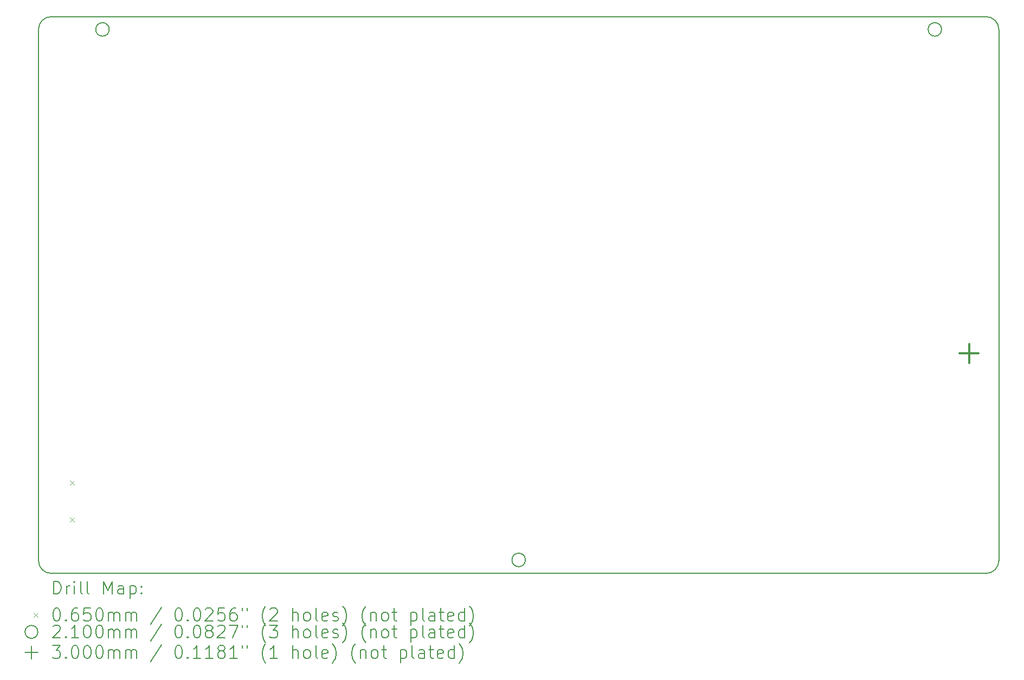
<source format=gbr>
%TF.GenerationSoftware,KiCad,Pcbnew,7.0.1*%
%TF.CreationDate,2024-01-10T19:04:59-08:00*%
%TF.ProjectId,POWERCORE-V2.0_MOTHERBOARD,504f5745-5243-44f5-9245-2d56322e305f,rev?*%
%TF.SameCoordinates,PX791ddbePYb90347e*%
%TF.FileFunction,Drillmap*%
%TF.FilePolarity,Positive*%
%FSLAX45Y45*%
G04 Gerber Fmt 4.5, Leading zero omitted, Abs format (unit mm)*
G04 Created by KiCad (PCBNEW 7.0.1) date 2024-01-10 19:04:59*
%MOMM*%
%LPD*%
G01*
G04 APERTURE LIST*
%ADD10C,0.200000*%
%ADD11C,0.065000*%
%ADD12C,0.210000*%
%ADD13C,0.300000*%
G04 APERTURE END LIST*
D10*
X200000Y8700000D02*
G75*
G03*
X0Y8500000I0J-200000D01*
G01*
X15000000Y200000D02*
X15000000Y8500000D01*
X14800000Y8700000D02*
X200000Y8700000D01*
X14800000Y0D02*
G75*
G03*
X15000000Y200000I0J200000D01*
G01*
X0Y8500000D02*
X0Y200000D01*
X200000Y0D02*
X14800000Y0D01*
X15000000Y8500000D02*
G75*
G03*
X14800000Y8700000I-200000J0D01*
G01*
X0Y200000D02*
G75*
G03*
X200000Y0I200000J0D01*
G01*
D11*
X495500Y1448000D02*
X560500Y1383000D01*
X560500Y1448000D02*
X495500Y1383000D01*
X495500Y870000D02*
X560500Y805000D01*
X560500Y870000D02*
X495500Y805000D01*
D12*
X1105000Y8500000D02*
G75*
G03*
X1105000Y8500000I-105000J0D01*
G01*
X7605000Y210300D02*
G75*
G03*
X7605000Y210300I-105000J0D01*
G01*
X14105000Y8500000D02*
G75*
G03*
X14105000Y8500000I-105000J0D01*
G01*
D13*
X14535525Y3586100D02*
X14535525Y3286100D01*
X14385525Y3436100D02*
X14685525Y3436100D01*
D10*
X237619Y-322524D02*
X237619Y-122524D01*
X237619Y-122524D02*
X285238Y-122524D01*
X285238Y-122524D02*
X313810Y-132048D01*
X313810Y-132048D02*
X332857Y-151095D01*
X332857Y-151095D02*
X342381Y-170143D01*
X342381Y-170143D02*
X351905Y-208238D01*
X351905Y-208238D02*
X351905Y-236809D01*
X351905Y-236809D02*
X342381Y-274905D01*
X342381Y-274905D02*
X332857Y-293952D01*
X332857Y-293952D02*
X313810Y-313000D01*
X313810Y-313000D02*
X285238Y-322524D01*
X285238Y-322524D02*
X237619Y-322524D01*
X437619Y-322524D02*
X437619Y-189190D01*
X437619Y-227286D02*
X447143Y-208238D01*
X447143Y-208238D02*
X456667Y-198714D01*
X456667Y-198714D02*
X475714Y-189190D01*
X475714Y-189190D02*
X494762Y-189190D01*
X561429Y-322524D02*
X561429Y-189190D01*
X561429Y-122524D02*
X551905Y-132048D01*
X551905Y-132048D02*
X561429Y-141571D01*
X561429Y-141571D02*
X570952Y-132048D01*
X570952Y-132048D02*
X561429Y-122524D01*
X561429Y-122524D02*
X561429Y-141571D01*
X685238Y-322524D02*
X666190Y-313000D01*
X666190Y-313000D02*
X656667Y-293952D01*
X656667Y-293952D02*
X656667Y-122524D01*
X790000Y-322524D02*
X770952Y-313000D01*
X770952Y-313000D02*
X761428Y-293952D01*
X761428Y-293952D02*
X761428Y-122524D01*
X1018571Y-322524D02*
X1018571Y-122524D01*
X1018571Y-122524D02*
X1085238Y-265381D01*
X1085238Y-265381D02*
X1151905Y-122524D01*
X1151905Y-122524D02*
X1151905Y-322524D01*
X1332857Y-322524D02*
X1332857Y-217762D01*
X1332857Y-217762D02*
X1323333Y-198714D01*
X1323333Y-198714D02*
X1304286Y-189190D01*
X1304286Y-189190D02*
X1266190Y-189190D01*
X1266190Y-189190D02*
X1247143Y-198714D01*
X1332857Y-313000D02*
X1313810Y-322524D01*
X1313810Y-322524D02*
X1266190Y-322524D01*
X1266190Y-322524D02*
X1247143Y-313000D01*
X1247143Y-313000D02*
X1237619Y-293952D01*
X1237619Y-293952D02*
X1237619Y-274905D01*
X1237619Y-274905D02*
X1247143Y-255857D01*
X1247143Y-255857D02*
X1266190Y-246333D01*
X1266190Y-246333D02*
X1313810Y-246333D01*
X1313810Y-246333D02*
X1332857Y-236809D01*
X1428095Y-189190D02*
X1428095Y-389190D01*
X1428095Y-198714D02*
X1447143Y-189190D01*
X1447143Y-189190D02*
X1485238Y-189190D01*
X1485238Y-189190D02*
X1504286Y-198714D01*
X1504286Y-198714D02*
X1513809Y-208238D01*
X1513809Y-208238D02*
X1523333Y-227286D01*
X1523333Y-227286D02*
X1523333Y-284429D01*
X1523333Y-284429D02*
X1513809Y-303476D01*
X1513809Y-303476D02*
X1504286Y-313000D01*
X1504286Y-313000D02*
X1485238Y-322524D01*
X1485238Y-322524D02*
X1447143Y-322524D01*
X1447143Y-322524D02*
X1428095Y-313000D01*
X1609048Y-303476D02*
X1618571Y-313000D01*
X1618571Y-313000D02*
X1609048Y-322524D01*
X1609048Y-322524D02*
X1599524Y-313000D01*
X1599524Y-313000D02*
X1609048Y-303476D01*
X1609048Y-303476D02*
X1609048Y-322524D01*
X1609048Y-198714D02*
X1618571Y-208238D01*
X1618571Y-208238D02*
X1609048Y-217762D01*
X1609048Y-217762D02*
X1599524Y-208238D01*
X1599524Y-208238D02*
X1609048Y-198714D01*
X1609048Y-198714D02*
X1609048Y-217762D01*
D11*
X-75000Y-617500D02*
X-10000Y-682500D01*
X-10000Y-617500D02*
X-75000Y-682500D01*
D10*
X275714Y-542524D02*
X294762Y-542524D01*
X294762Y-542524D02*
X313810Y-552048D01*
X313810Y-552048D02*
X323333Y-561571D01*
X323333Y-561571D02*
X332857Y-580619D01*
X332857Y-580619D02*
X342381Y-618714D01*
X342381Y-618714D02*
X342381Y-666333D01*
X342381Y-666333D02*
X332857Y-704428D01*
X332857Y-704428D02*
X323333Y-723476D01*
X323333Y-723476D02*
X313810Y-733000D01*
X313810Y-733000D02*
X294762Y-742524D01*
X294762Y-742524D02*
X275714Y-742524D01*
X275714Y-742524D02*
X256667Y-733000D01*
X256667Y-733000D02*
X247143Y-723476D01*
X247143Y-723476D02*
X237619Y-704428D01*
X237619Y-704428D02*
X228095Y-666333D01*
X228095Y-666333D02*
X228095Y-618714D01*
X228095Y-618714D02*
X237619Y-580619D01*
X237619Y-580619D02*
X247143Y-561571D01*
X247143Y-561571D02*
X256667Y-552048D01*
X256667Y-552048D02*
X275714Y-542524D01*
X428095Y-723476D02*
X437619Y-733000D01*
X437619Y-733000D02*
X428095Y-742524D01*
X428095Y-742524D02*
X418571Y-733000D01*
X418571Y-733000D02*
X428095Y-723476D01*
X428095Y-723476D02*
X428095Y-742524D01*
X609048Y-542524D02*
X570952Y-542524D01*
X570952Y-542524D02*
X551905Y-552048D01*
X551905Y-552048D02*
X542381Y-561571D01*
X542381Y-561571D02*
X523333Y-590143D01*
X523333Y-590143D02*
X513809Y-628238D01*
X513809Y-628238D02*
X513809Y-704428D01*
X513809Y-704428D02*
X523333Y-723476D01*
X523333Y-723476D02*
X532857Y-733000D01*
X532857Y-733000D02*
X551905Y-742524D01*
X551905Y-742524D02*
X590000Y-742524D01*
X590000Y-742524D02*
X609048Y-733000D01*
X609048Y-733000D02*
X618571Y-723476D01*
X618571Y-723476D02*
X628095Y-704428D01*
X628095Y-704428D02*
X628095Y-656810D01*
X628095Y-656810D02*
X618571Y-637762D01*
X618571Y-637762D02*
X609048Y-628238D01*
X609048Y-628238D02*
X590000Y-618714D01*
X590000Y-618714D02*
X551905Y-618714D01*
X551905Y-618714D02*
X532857Y-628238D01*
X532857Y-628238D02*
X523333Y-637762D01*
X523333Y-637762D02*
X513809Y-656810D01*
X809048Y-542524D02*
X713809Y-542524D01*
X713809Y-542524D02*
X704286Y-637762D01*
X704286Y-637762D02*
X713809Y-628238D01*
X713809Y-628238D02*
X732857Y-618714D01*
X732857Y-618714D02*
X780476Y-618714D01*
X780476Y-618714D02*
X799524Y-628238D01*
X799524Y-628238D02*
X809048Y-637762D01*
X809048Y-637762D02*
X818571Y-656810D01*
X818571Y-656810D02*
X818571Y-704428D01*
X818571Y-704428D02*
X809048Y-723476D01*
X809048Y-723476D02*
X799524Y-733000D01*
X799524Y-733000D02*
X780476Y-742524D01*
X780476Y-742524D02*
X732857Y-742524D01*
X732857Y-742524D02*
X713809Y-733000D01*
X713809Y-733000D02*
X704286Y-723476D01*
X942381Y-542524D02*
X961429Y-542524D01*
X961429Y-542524D02*
X980476Y-552048D01*
X980476Y-552048D02*
X990000Y-561571D01*
X990000Y-561571D02*
X999524Y-580619D01*
X999524Y-580619D02*
X1009048Y-618714D01*
X1009048Y-618714D02*
X1009048Y-666333D01*
X1009048Y-666333D02*
X999524Y-704428D01*
X999524Y-704428D02*
X990000Y-723476D01*
X990000Y-723476D02*
X980476Y-733000D01*
X980476Y-733000D02*
X961429Y-742524D01*
X961429Y-742524D02*
X942381Y-742524D01*
X942381Y-742524D02*
X923333Y-733000D01*
X923333Y-733000D02*
X913809Y-723476D01*
X913809Y-723476D02*
X904286Y-704428D01*
X904286Y-704428D02*
X894762Y-666333D01*
X894762Y-666333D02*
X894762Y-618714D01*
X894762Y-618714D02*
X904286Y-580619D01*
X904286Y-580619D02*
X913809Y-561571D01*
X913809Y-561571D02*
X923333Y-552048D01*
X923333Y-552048D02*
X942381Y-542524D01*
X1094762Y-742524D02*
X1094762Y-609190D01*
X1094762Y-628238D02*
X1104286Y-618714D01*
X1104286Y-618714D02*
X1123333Y-609190D01*
X1123333Y-609190D02*
X1151905Y-609190D01*
X1151905Y-609190D02*
X1170952Y-618714D01*
X1170952Y-618714D02*
X1180476Y-637762D01*
X1180476Y-637762D02*
X1180476Y-742524D01*
X1180476Y-637762D02*
X1190000Y-618714D01*
X1190000Y-618714D02*
X1209048Y-609190D01*
X1209048Y-609190D02*
X1237619Y-609190D01*
X1237619Y-609190D02*
X1256667Y-618714D01*
X1256667Y-618714D02*
X1266191Y-637762D01*
X1266191Y-637762D02*
X1266191Y-742524D01*
X1361429Y-742524D02*
X1361429Y-609190D01*
X1361429Y-628238D02*
X1370952Y-618714D01*
X1370952Y-618714D02*
X1390000Y-609190D01*
X1390000Y-609190D02*
X1418571Y-609190D01*
X1418571Y-609190D02*
X1437619Y-618714D01*
X1437619Y-618714D02*
X1447143Y-637762D01*
X1447143Y-637762D02*
X1447143Y-742524D01*
X1447143Y-637762D02*
X1456667Y-618714D01*
X1456667Y-618714D02*
X1475714Y-609190D01*
X1475714Y-609190D02*
X1504286Y-609190D01*
X1504286Y-609190D02*
X1523333Y-618714D01*
X1523333Y-618714D02*
X1532857Y-637762D01*
X1532857Y-637762D02*
X1532857Y-742524D01*
X1923333Y-533000D02*
X1751905Y-790143D01*
X2180476Y-542524D02*
X2199524Y-542524D01*
X2199524Y-542524D02*
X2218572Y-552048D01*
X2218572Y-552048D02*
X2228095Y-561571D01*
X2228095Y-561571D02*
X2237619Y-580619D01*
X2237619Y-580619D02*
X2247143Y-618714D01*
X2247143Y-618714D02*
X2247143Y-666333D01*
X2247143Y-666333D02*
X2237619Y-704428D01*
X2237619Y-704428D02*
X2228095Y-723476D01*
X2228095Y-723476D02*
X2218572Y-733000D01*
X2218572Y-733000D02*
X2199524Y-742524D01*
X2199524Y-742524D02*
X2180476Y-742524D01*
X2180476Y-742524D02*
X2161429Y-733000D01*
X2161429Y-733000D02*
X2151905Y-723476D01*
X2151905Y-723476D02*
X2142381Y-704428D01*
X2142381Y-704428D02*
X2132857Y-666333D01*
X2132857Y-666333D02*
X2132857Y-618714D01*
X2132857Y-618714D02*
X2142381Y-580619D01*
X2142381Y-580619D02*
X2151905Y-561571D01*
X2151905Y-561571D02*
X2161429Y-552048D01*
X2161429Y-552048D02*
X2180476Y-542524D01*
X2332857Y-723476D02*
X2342381Y-733000D01*
X2342381Y-733000D02*
X2332857Y-742524D01*
X2332857Y-742524D02*
X2323334Y-733000D01*
X2323334Y-733000D02*
X2332857Y-723476D01*
X2332857Y-723476D02*
X2332857Y-742524D01*
X2466191Y-542524D02*
X2485238Y-542524D01*
X2485238Y-542524D02*
X2504286Y-552048D01*
X2504286Y-552048D02*
X2513810Y-561571D01*
X2513810Y-561571D02*
X2523334Y-580619D01*
X2523334Y-580619D02*
X2532857Y-618714D01*
X2532857Y-618714D02*
X2532857Y-666333D01*
X2532857Y-666333D02*
X2523334Y-704428D01*
X2523334Y-704428D02*
X2513810Y-723476D01*
X2513810Y-723476D02*
X2504286Y-733000D01*
X2504286Y-733000D02*
X2485238Y-742524D01*
X2485238Y-742524D02*
X2466191Y-742524D01*
X2466191Y-742524D02*
X2447143Y-733000D01*
X2447143Y-733000D02*
X2437619Y-723476D01*
X2437619Y-723476D02*
X2428095Y-704428D01*
X2428095Y-704428D02*
X2418572Y-666333D01*
X2418572Y-666333D02*
X2418572Y-618714D01*
X2418572Y-618714D02*
X2428095Y-580619D01*
X2428095Y-580619D02*
X2437619Y-561571D01*
X2437619Y-561571D02*
X2447143Y-552048D01*
X2447143Y-552048D02*
X2466191Y-542524D01*
X2609048Y-561571D02*
X2618572Y-552048D01*
X2618572Y-552048D02*
X2637619Y-542524D01*
X2637619Y-542524D02*
X2685238Y-542524D01*
X2685238Y-542524D02*
X2704286Y-552048D01*
X2704286Y-552048D02*
X2713810Y-561571D01*
X2713810Y-561571D02*
X2723334Y-580619D01*
X2723334Y-580619D02*
X2723334Y-599667D01*
X2723334Y-599667D02*
X2713810Y-628238D01*
X2713810Y-628238D02*
X2599524Y-742524D01*
X2599524Y-742524D02*
X2723334Y-742524D01*
X2904286Y-542524D02*
X2809048Y-542524D01*
X2809048Y-542524D02*
X2799524Y-637762D01*
X2799524Y-637762D02*
X2809048Y-628238D01*
X2809048Y-628238D02*
X2828095Y-618714D01*
X2828095Y-618714D02*
X2875714Y-618714D01*
X2875714Y-618714D02*
X2894762Y-628238D01*
X2894762Y-628238D02*
X2904286Y-637762D01*
X2904286Y-637762D02*
X2913810Y-656810D01*
X2913810Y-656810D02*
X2913810Y-704428D01*
X2913810Y-704428D02*
X2904286Y-723476D01*
X2904286Y-723476D02*
X2894762Y-733000D01*
X2894762Y-733000D02*
X2875714Y-742524D01*
X2875714Y-742524D02*
X2828095Y-742524D01*
X2828095Y-742524D02*
X2809048Y-733000D01*
X2809048Y-733000D02*
X2799524Y-723476D01*
X3085238Y-542524D02*
X3047143Y-542524D01*
X3047143Y-542524D02*
X3028095Y-552048D01*
X3028095Y-552048D02*
X3018572Y-561571D01*
X3018572Y-561571D02*
X2999524Y-590143D01*
X2999524Y-590143D02*
X2990000Y-628238D01*
X2990000Y-628238D02*
X2990000Y-704428D01*
X2990000Y-704428D02*
X2999524Y-723476D01*
X2999524Y-723476D02*
X3009048Y-733000D01*
X3009048Y-733000D02*
X3028095Y-742524D01*
X3028095Y-742524D02*
X3066191Y-742524D01*
X3066191Y-742524D02*
X3085238Y-733000D01*
X3085238Y-733000D02*
X3094762Y-723476D01*
X3094762Y-723476D02*
X3104286Y-704428D01*
X3104286Y-704428D02*
X3104286Y-656810D01*
X3104286Y-656810D02*
X3094762Y-637762D01*
X3094762Y-637762D02*
X3085238Y-628238D01*
X3085238Y-628238D02*
X3066191Y-618714D01*
X3066191Y-618714D02*
X3028095Y-618714D01*
X3028095Y-618714D02*
X3009048Y-628238D01*
X3009048Y-628238D02*
X2999524Y-637762D01*
X2999524Y-637762D02*
X2990000Y-656810D01*
X3180476Y-542524D02*
X3180476Y-580619D01*
X3256667Y-542524D02*
X3256667Y-580619D01*
X3551905Y-818714D02*
X3542381Y-809190D01*
X3542381Y-809190D02*
X3523334Y-780619D01*
X3523334Y-780619D02*
X3513810Y-761571D01*
X3513810Y-761571D02*
X3504286Y-733000D01*
X3504286Y-733000D02*
X3494762Y-685381D01*
X3494762Y-685381D02*
X3494762Y-647286D01*
X3494762Y-647286D02*
X3504286Y-599667D01*
X3504286Y-599667D02*
X3513810Y-571095D01*
X3513810Y-571095D02*
X3523334Y-552048D01*
X3523334Y-552048D02*
X3542381Y-523476D01*
X3542381Y-523476D02*
X3551905Y-513952D01*
X3618572Y-561571D02*
X3628095Y-552048D01*
X3628095Y-552048D02*
X3647143Y-542524D01*
X3647143Y-542524D02*
X3694762Y-542524D01*
X3694762Y-542524D02*
X3713810Y-552048D01*
X3713810Y-552048D02*
X3723334Y-561571D01*
X3723334Y-561571D02*
X3732857Y-580619D01*
X3732857Y-580619D02*
X3732857Y-599667D01*
X3732857Y-599667D02*
X3723334Y-628238D01*
X3723334Y-628238D02*
X3609048Y-742524D01*
X3609048Y-742524D02*
X3732857Y-742524D01*
X3970953Y-742524D02*
X3970953Y-542524D01*
X4056667Y-742524D02*
X4056667Y-637762D01*
X4056667Y-637762D02*
X4047143Y-618714D01*
X4047143Y-618714D02*
X4028096Y-609190D01*
X4028096Y-609190D02*
X3999524Y-609190D01*
X3999524Y-609190D02*
X3980476Y-618714D01*
X3980476Y-618714D02*
X3970953Y-628238D01*
X4180476Y-742524D02*
X4161429Y-733000D01*
X4161429Y-733000D02*
X4151905Y-723476D01*
X4151905Y-723476D02*
X4142381Y-704428D01*
X4142381Y-704428D02*
X4142381Y-647286D01*
X4142381Y-647286D02*
X4151905Y-628238D01*
X4151905Y-628238D02*
X4161429Y-618714D01*
X4161429Y-618714D02*
X4180476Y-609190D01*
X4180476Y-609190D02*
X4209048Y-609190D01*
X4209048Y-609190D02*
X4228096Y-618714D01*
X4228096Y-618714D02*
X4237619Y-628238D01*
X4237619Y-628238D02*
X4247143Y-647286D01*
X4247143Y-647286D02*
X4247143Y-704428D01*
X4247143Y-704428D02*
X4237619Y-723476D01*
X4237619Y-723476D02*
X4228096Y-733000D01*
X4228096Y-733000D02*
X4209048Y-742524D01*
X4209048Y-742524D02*
X4180476Y-742524D01*
X4361429Y-742524D02*
X4342381Y-733000D01*
X4342381Y-733000D02*
X4332858Y-713952D01*
X4332858Y-713952D02*
X4332858Y-542524D01*
X4513810Y-733000D02*
X4494762Y-742524D01*
X4494762Y-742524D02*
X4456667Y-742524D01*
X4456667Y-742524D02*
X4437619Y-733000D01*
X4437619Y-733000D02*
X4428096Y-713952D01*
X4428096Y-713952D02*
X4428096Y-637762D01*
X4428096Y-637762D02*
X4437619Y-618714D01*
X4437619Y-618714D02*
X4456667Y-609190D01*
X4456667Y-609190D02*
X4494762Y-609190D01*
X4494762Y-609190D02*
X4513810Y-618714D01*
X4513810Y-618714D02*
X4523334Y-637762D01*
X4523334Y-637762D02*
X4523334Y-656810D01*
X4523334Y-656810D02*
X4428096Y-675857D01*
X4599524Y-733000D02*
X4618572Y-742524D01*
X4618572Y-742524D02*
X4656667Y-742524D01*
X4656667Y-742524D02*
X4675715Y-733000D01*
X4675715Y-733000D02*
X4685239Y-713952D01*
X4685239Y-713952D02*
X4685239Y-704428D01*
X4685239Y-704428D02*
X4675715Y-685381D01*
X4675715Y-685381D02*
X4656667Y-675857D01*
X4656667Y-675857D02*
X4628096Y-675857D01*
X4628096Y-675857D02*
X4609048Y-666333D01*
X4609048Y-666333D02*
X4599524Y-647286D01*
X4599524Y-647286D02*
X4599524Y-637762D01*
X4599524Y-637762D02*
X4609048Y-618714D01*
X4609048Y-618714D02*
X4628096Y-609190D01*
X4628096Y-609190D02*
X4656667Y-609190D01*
X4656667Y-609190D02*
X4675715Y-618714D01*
X4751905Y-818714D02*
X4761429Y-809190D01*
X4761429Y-809190D02*
X4780477Y-780619D01*
X4780477Y-780619D02*
X4790000Y-761571D01*
X4790000Y-761571D02*
X4799524Y-733000D01*
X4799524Y-733000D02*
X4809048Y-685381D01*
X4809048Y-685381D02*
X4809048Y-647286D01*
X4809048Y-647286D02*
X4799524Y-599667D01*
X4799524Y-599667D02*
X4790000Y-571095D01*
X4790000Y-571095D02*
X4780477Y-552048D01*
X4780477Y-552048D02*
X4761429Y-523476D01*
X4761429Y-523476D02*
X4751905Y-513952D01*
X5113810Y-818714D02*
X5104286Y-809190D01*
X5104286Y-809190D02*
X5085239Y-780619D01*
X5085239Y-780619D02*
X5075715Y-761571D01*
X5075715Y-761571D02*
X5066191Y-733000D01*
X5066191Y-733000D02*
X5056667Y-685381D01*
X5056667Y-685381D02*
X5056667Y-647286D01*
X5056667Y-647286D02*
X5066191Y-599667D01*
X5066191Y-599667D02*
X5075715Y-571095D01*
X5075715Y-571095D02*
X5085239Y-552048D01*
X5085239Y-552048D02*
X5104286Y-523476D01*
X5104286Y-523476D02*
X5113810Y-513952D01*
X5190000Y-609190D02*
X5190000Y-742524D01*
X5190000Y-628238D02*
X5199524Y-618714D01*
X5199524Y-618714D02*
X5218572Y-609190D01*
X5218572Y-609190D02*
X5247143Y-609190D01*
X5247143Y-609190D02*
X5266191Y-618714D01*
X5266191Y-618714D02*
X5275715Y-637762D01*
X5275715Y-637762D02*
X5275715Y-742524D01*
X5399524Y-742524D02*
X5380477Y-733000D01*
X5380477Y-733000D02*
X5370953Y-723476D01*
X5370953Y-723476D02*
X5361429Y-704428D01*
X5361429Y-704428D02*
X5361429Y-647286D01*
X5361429Y-647286D02*
X5370953Y-628238D01*
X5370953Y-628238D02*
X5380477Y-618714D01*
X5380477Y-618714D02*
X5399524Y-609190D01*
X5399524Y-609190D02*
X5428096Y-609190D01*
X5428096Y-609190D02*
X5447143Y-618714D01*
X5447143Y-618714D02*
X5456667Y-628238D01*
X5456667Y-628238D02*
X5466191Y-647286D01*
X5466191Y-647286D02*
X5466191Y-704428D01*
X5466191Y-704428D02*
X5456667Y-723476D01*
X5456667Y-723476D02*
X5447143Y-733000D01*
X5447143Y-733000D02*
X5428096Y-742524D01*
X5428096Y-742524D02*
X5399524Y-742524D01*
X5523334Y-609190D02*
X5599524Y-609190D01*
X5551905Y-542524D02*
X5551905Y-713952D01*
X5551905Y-713952D02*
X5561429Y-733000D01*
X5561429Y-733000D02*
X5580477Y-742524D01*
X5580477Y-742524D02*
X5599524Y-742524D01*
X5818572Y-609190D02*
X5818572Y-809190D01*
X5818572Y-618714D02*
X5837619Y-609190D01*
X5837619Y-609190D02*
X5875715Y-609190D01*
X5875715Y-609190D02*
X5894762Y-618714D01*
X5894762Y-618714D02*
X5904286Y-628238D01*
X5904286Y-628238D02*
X5913810Y-647286D01*
X5913810Y-647286D02*
X5913810Y-704428D01*
X5913810Y-704428D02*
X5904286Y-723476D01*
X5904286Y-723476D02*
X5894762Y-733000D01*
X5894762Y-733000D02*
X5875715Y-742524D01*
X5875715Y-742524D02*
X5837619Y-742524D01*
X5837619Y-742524D02*
X5818572Y-733000D01*
X6028096Y-742524D02*
X6009048Y-733000D01*
X6009048Y-733000D02*
X5999524Y-713952D01*
X5999524Y-713952D02*
X5999524Y-542524D01*
X6190000Y-742524D02*
X6190000Y-637762D01*
X6190000Y-637762D02*
X6180477Y-618714D01*
X6180477Y-618714D02*
X6161429Y-609190D01*
X6161429Y-609190D02*
X6123334Y-609190D01*
X6123334Y-609190D02*
X6104286Y-618714D01*
X6190000Y-733000D02*
X6170953Y-742524D01*
X6170953Y-742524D02*
X6123334Y-742524D01*
X6123334Y-742524D02*
X6104286Y-733000D01*
X6104286Y-733000D02*
X6094762Y-713952D01*
X6094762Y-713952D02*
X6094762Y-694905D01*
X6094762Y-694905D02*
X6104286Y-675857D01*
X6104286Y-675857D02*
X6123334Y-666333D01*
X6123334Y-666333D02*
X6170953Y-666333D01*
X6170953Y-666333D02*
X6190000Y-656810D01*
X6256667Y-609190D02*
X6332858Y-609190D01*
X6285239Y-542524D02*
X6285239Y-713952D01*
X6285239Y-713952D02*
X6294762Y-733000D01*
X6294762Y-733000D02*
X6313810Y-742524D01*
X6313810Y-742524D02*
X6332858Y-742524D01*
X6475715Y-733000D02*
X6456667Y-742524D01*
X6456667Y-742524D02*
X6418572Y-742524D01*
X6418572Y-742524D02*
X6399524Y-733000D01*
X6399524Y-733000D02*
X6390000Y-713952D01*
X6390000Y-713952D02*
X6390000Y-637762D01*
X6390000Y-637762D02*
X6399524Y-618714D01*
X6399524Y-618714D02*
X6418572Y-609190D01*
X6418572Y-609190D02*
X6456667Y-609190D01*
X6456667Y-609190D02*
X6475715Y-618714D01*
X6475715Y-618714D02*
X6485239Y-637762D01*
X6485239Y-637762D02*
X6485239Y-656810D01*
X6485239Y-656810D02*
X6390000Y-675857D01*
X6656667Y-742524D02*
X6656667Y-542524D01*
X6656667Y-733000D02*
X6637620Y-742524D01*
X6637620Y-742524D02*
X6599524Y-742524D01*
X6599524Y-742524D02*
X6580477Y-733000D01*
X6580477Y-733000D02*
X6570953Y-723476D01*
X6570953Y-723476D02*
X6561429Y-704428D01*
X6561429Y-704428D02*
X6561429Y-647286D01*
X6561429Y-647286D02*
X6570953Y-628238D01*
X6570953Y-628238D02*
X6580477Y-618714D01*
X6580477Y-618714D02*
X6599524Y-609190D01*
X6599524Y-609190D02*
X6637620Y-609190D01*
X6637620Y-609190D02*
X6656667Y-618714D01*
X6732858Y-818714D02*
X6742381Y-809190D01*
X6742381Y-809190D02*
X6761429Y-780619D01*
X6761429Y-780619D02*
X6770953Y-761571D01*
X6770953Y-761571D02*
X6780477Y-733000D01*
X6780477Y-733000D02*
X6790000Y-685381D01*
X6790000Y-685381D02*
X6790000Y-647286D01*
X6790000Y-647286D02*
X6780477Y-599667D01*
X6780477Y-599667D02*
X6770953Y-571095D01*
X6770953Y-571095D02*
X6761429Y-552048D01*
X6761429Y-552048D02*
X6742381Y-523476D01*
X6742381Y-523476D02*
X6732858Y-513952D01*
X-10000Y-914000D02*
G75*
G03*
X-10000Y-914000I-100000J0D01*
G01*
X228095Y-825571D02*
X237619Y-816048D01*
X237619Y-816048D02*
X256667Y-806524D01*
X256667Y-806524D02*
X304286Y-806524D01*
X304286Y-806524D02*
X323333Y-816048D01*
X323333Y-816048D02*
X332857Y-825571D01*
X332857Y-825571D02*
X342381Y-844619D01*
X342381Y-844619D02*
X342381Y-863667D01*
X342381Y-863667D02*
X332857Y-892238D01*
X332857Y-892238D02*
X218571Y-1006524D01*
X218571Y-1006524D02*
X342381Y-1006524D01*
X428095Y-987476D02*
X437619Y-997000D01*
X437619Y-997000D02*
X428095Y-1006524D01*
X428095Y-1006524D02*
X418571Y-997000D01*
X418571Y-997000D02*
X428095Y-987476D01*
X428095Y-987476D02*
X428095Y-1006524D01*
X628095Y-1006524D02*
X513809Y-1006524D01*
X570952Y-1006524D02*
X570952Y-806524D01*
X570952Y-806524D02*
X551905Y-835095D01*
X551905Y-835095D02*
X532857Y-854143D01*
X532857Y-854143D02*
X513809Y-863667D01*
X751905Y-806524D02*
X770952Y-806524D01*
X770952Y-806524D02*
X790000Y-816048D01*
X790000Y-816048D02*
X799524Y-825571D01*
X799524Y-825571D02*
X809048Y-844619D01*
X809048Y-844619D02*
X818571Y-882714D01*
X818571Y-882714D02*
X818571Y-930333D01*
X818571Y-930333D02*
X809048Y-968428D01*
X809048Y-968428D02*
X799524Y-987476D01*
X799524Y-987476D02*
X790000Y-997000D01*
X790000Y-997000D02*
X770952Y-1006524D01*
X770952Y-1006524D02*
X751905Y-1006524D01*
X751905Y-1006524D02*
X732857Y-997000D01*
X732857Y-997000D02*
X723333Y-987476D01*
X723333Y-987476D02*
X713809Y-968428D01*
X713809Y-968428D02*
X704286Y-930333D01*
X704286Y-930333D02*
X704286Y-882714D01*
X704286Y-882714D02*
X713809Y-844619D01*
X713809Y-844619D02*
X723333Y-825571D01*
X723333Y-825571D02*
X732857Y-816048D01*
X732857Y-816048D02*
X751905Y-806524D01*
X942381Y-806524D02*
X961429Y-806524D01*
X961429Y-806524D02*
X980476Y-816048D01*
X980476Y-816048D02*
X990000Y-825571D01*
X990000Y-825571D02*
X999524Y-844619D01*
X999524Y-844619D02*
X1009048Y-882714D01*
X1009048Y-882714D02*
X1009048Y-930333D01*
X1009048Y-930333D02*
X999524Y-968428D01*
X999524Y-968428D02*
X990000Y-987476D01*
X990000Y-987476D02*
X980476Y-997000D01*
X980476Y-997000D02*
X961429Y-1006524D01*
X961429Y-1006524D02*
X942381Y-1006524D01*
X942381Y-1006524D02*
X923333Y-997000D01*
X923333Y-997000D02*
X913809Y-987476D01*
X913809Y-987476D02*
X904286Y-968428D01*
X904286Y-968428D02*
X894762Y-930333D01*
X894762Y-930333D02*
X894762Y-882714D01*
X894762Y-882714D02*
X904286Y-844619D01*
X904286Y-844619D02*
X913809Y-825571D01*
X913809Y-825571D02*
X923333Y-816048D01*
X923333Y-816048D02*
X942381Y-806524D01*
X1094762Y-1006524D02*
X1094762Y-873190D01*
X1094762Y-892238D02*
X1104286Y-882714D01*
X1104286Y-882714D02*
X1123333Y-873190D01*
X1123333Y-873190D02*
X1151905Y-873190D01*
X1151905Y-873190D02*
X1170952Y-882714D01*
X1170952Y-882714D02*
X1180476Y-901762D01*
X1180476Y-901762D02*
X1180476Y-1006524D01*
X1180476Y-901762D02*
X1190000Y-882714D01*
X1190000Y-882714D02*
X1209048Y-873190D01*
X1209048Y-873190D02*
X1237619Y-873190D01*
X1237619Y-873190D02*
X1256667Y-882714D01*
X1256667Y-882714D02*
X1266191Y-901762D01*
X1266191Y-901762D02*
X1266191Y-1006524D01*
X1361429Y-1006524D02*
X1361429Y-873190D01*
X1361429Y-892238D02*
X1370952Y-882714D01*
X1370952Y-882714D02*
X1390000Y-873190D01*
X1390000Y-873190D02*
X1418571Y-873190D01*
X1418571Y-873190D02*
X1437619Y-882714D01*
X1437619Y-882714D02*
X1447143Y-901762D01*
X1447143Y-901762D02*
X1447143Y-1006524D01*
X1447143Y-901762D02*
X1456667Y-882714D01*
X1456667Y-882714D02*
X1475714Y-873190D01*
X1475714Y-873190D02*
X1504286Y-873190D01*
X1504286Y-873190D02*
X1523333Y-882714D01*
X1523333Y-882714D02*
X1532857Y-901762D01*
X1532857Y-901762D02*
X1532857Y-1006524D01*
X1923333Y-797000D02*
X1751905Y-1054143D01*
X2180476Y-806524D02*
X2199524Y-806524D01*
X2199524Y-806524D02*
X2218572Y-816048D01*
X2218572Y-816048D02*
X2228095Y-825571D01*
X2228095Y-825571D02*
X2237619Y-844619D01*
X2237619Y-844619D02*
X2247143Y-882714D01*
X2247143Y-882714D02*
X2247143Y-930333D01*
X2247143Y-930333D02*
X2237619Y-968428D01*
X2237619Y-968428D02*
X2228095Y-987476D01*
X2228095Y-987476D02*
X2218572Y-997000D01*
X2218572Y-997000D02*
X2199524Y-1006524D01*
X2199524Y-1006524D02*
X2180476Y-1006524D01*
X2180476Y-1006524D02*
X2161429Y-997000D01*
X2161429Y-997000D02*
X2151905Y-987476D01*
X2151905Y-987476D02*
X2142381Y-968428D01*
X2142381Y-968428D02*
X2132857Y-930333D01*
X2132857Y-930333D02*
X2132857Y-882714D01*
X2132857Y-882714D02*
X2142381Y-844619D01*
X2142381Y-844619D02*
X2151905Y-825571D01*
X2151905Y-825571D02*
X2161429Y-816048D01*
X2161429Y-816048D02*
X2180476Y-806524D01*
X2332857Y-987476D02*
X2342381Y-997000D01*
X2342381Y-997000D02*
X2332857Y-1006524D01*
X2332857Y-1006524D02*
X2323334Y-997000D01*
X2323334Y-997000D02*
X2332857Y-987476D01*
X2332857Y-987476D02*
X2332857Y-1006524D01*
X2466191Y-806524D02*
X2485238Y-806524D01*
X2485238Y-806524D02*
X2504286Y-816048D01*
X2504286Y-816048D02*
X2513810Y-825571D01*
X2513810Y-825571D02*
X2523334Y-844619D01*
X2523334Y-844619D02*
X2532857Y-882714D01*
X2532857Y-882714D02*
X2532857Y-930333D01*
X2532857Y-930333D02*
X2523334Y-968428D01*
X2523334Y-968428D02*
X2513810Y-987476D01*
X2513810Y-987476D02*
X2504286Y-997000D01*
X2504286Y-997000D02*
X2485238Y-1006524D01*
X2485238Y-1006524D02*
X2466191Y-1006524D01*
X2466191Y-1006524D02*
X2447143Y-997000D01*
X2447143Y-997000D02*
X2437619Y-987476D01*
X2437619Y-987476D02*
X2428095Y-968428D01*
X2428095Y-968428D02*
X2418572Y-930333D01*
X2418572Y-930333D02*
X2418572Y-882714D01*
X2418572Y-882714D02*
X2428095Y-844619D01*
X2428095Y-844619D02*
X2437619Y-825571D01*
X2437619Y-825571D02*
X2447143Y-816048D01*
X2447143Y-816048D02*
X2466191Y-806524D01*
X2647143Y-892238D02*
X2628095Y-882714D01*
X2628095Y-882714D02*
X2618572Y-873190D01*
X2618572Y-873190D02*
X2609048Y-854143D01*
X2609048Y-854143D02*
X2609048Y-844619D01*
X2609048Y-844619D02*
X2618572Y-825571D01*
X2618572Y-825571D02*
X2628095Y-816048D01*
X2628095Y-816048D02*
X2647143Y-806524D01*
X2647143Y-806524D02*
X2685238Y-806524D01*
X2685238Y-806524D02*
X2704286Y-816048D01*
X2704286Y-816048D02*
X2713810Y-825571D01*
X2713810Y-825571D02*
X2723334Y-844619D01*
X2723334Y-844619D02*
X2723334Y-854143D01*
X2723334Y-854143D02*
X2713810Y-873190D01*
X2713810Y-873190D02*
X2704286Y-882714D01*
X2704286Y-882714D02*
X2685238Y-892238D01*
X2685238Y-892238D02*
X2647143Y-892238D01*
X2647143Y-892238D02*
X2628095Y-901762D01*
X2628095Y-901762D02*
X2618572Y-911286D01*
X2618572Y-911286D02*
X2609048Y-930333D01*
X2609048Y-930333D02*
X2609048Y-968428D01*
X2609048Y-968428D02*
X2618572Y-987476D01*
X2618572Y-987476D02*
X2628095Y-997000D01*
X2628095Y-997000D02*
X2647143Y-1006524D01*
X2647143Y-1006524D02*
X2685238Y-1006524D01*
X2685238Y-1006524D02*
X2704286Y-997000D01*
X2704286Y-997000D02*
X2713810Y-987476D01*
X2713810Y-987476D02*
X2723334Y-968428D01*
X2723334Y-968428D02*
X2723334Y-930333D01*
X2723334Y-930333D02*
X2713810Y-911286D01*
X2713810Y-911286D02*
X2704286Y-901762D01*
X2704286Y-901762D02*
X2685238Y-892238D01*
X2799524Y-825571D02*
X2809048Y-816048D01*
X2809048Y-816048D02*
X2828095Y-806524D01*
X2828095Y-806524D02*
X2875714Y-806524D01*
X2875714Y-806524D02*
X2894762Y-816048D01*
X2894762Y-816048D02*
X2904286Y-825571D01*
X2904286Y-825571D02*
X2913810Y-844619D01*
X2913810Y-844619D02*
X2913810Y-863667D01*
X2913810Y-863667D02*
X2904286Y-892238D01*
X2904286Y-892238D02*
X2790000Y-1006524D01*
X2790000Y-1006524D02*
X2913810Y-1006524D01*
X2980476Y-806524D02*
X3113810Y-806524D01*
X3113810Y-806524D02*
X3028095Y-1006524D01*
X3180476Y-806524D02*
X3180476Y-844619D01*
X3256667Y-806524D02*
X3256667Y-844619D01*
X3551905Y-1082714D02*
X3542381Y-1073190D01*
X3542381Y-1073190D02*
X3523334Y-1044619D01*
X3523334Y-1044619D02*
X3513810Y-1025571D01*
X3513810Y-1025571D02*
X3504286Y-997000D01*
X3504286Y-997000D02*
X3494762Y-949381D01*
X3494762Y-949381D02*
X3494762Y-911286D01*
X3494762Y-911286D02*
X3504286Y-863667D01*
X3504286Y-863667D02*
X3513810Y-835095D01*
X3513810Y-835095D02*
X3523334Y-816048D01*
X3523334Y-816048D02*
X3542381Y-787476D01*
X3542381Y-787476D02*
X3551905Y-777952D01*
X3609048Y-806524D02*
X3732857Y-806524D01*
X3732857Y-806524D02*
X3666191Y-882714D01*
X3666191Y-882714D02*
X3694762Y-882714D01*
X3694762Y-882714D02*
X3713810Y-892238D01*
X3713810Y-892238D02*
X3723334Y-901762D01*
X3723334Y-901762D02*
X3732857Y-920809D01*
X3732857Y-920809D02*
X3732857Y-968428D01*
X3732857Y-968428D02*
X3723334Y-987476D01*
X3723334Y-987476D02*
X3713810Y-997000D01*
X3713810Y-997000D02*
X3694762Y-1006524D01*
X3694762Y-1006524D02*
X3637619Y-1006524D01*
X3637619Y-1006524D02*
X3618572Y-997000D01*
X3618572Y-997000D02*
X3609048Y-987476D01*
X3970953Y-1006524D02*
X3970953Y-806524D01*
X4056667Y-1006524D02*
X4056667Y-901762D01*
X4056667Y-901762D02*
X4047143Y-882714D01*
X4047143Y-882714D02*
X4028096Y-873190D01*
X4028096Y-873190D02*
X3999524Y-873190D01*
X3999524Y-873190D02*
X3980476Y-882714D01*
X3980476Y-882714D02*
X3970953Y-892238D01*
X4180476Y-1006524D02*
X4161429Y-997000D01*
X4161429Y-997000D02*
X4151905Y-987476D01*
X4151905Y-987476D02*
X4142381Y-968428D01*
X4142381Y-968428D02*
X4142381Y-911286D01*
X4142381Y-911286D02*
X4151905Y-892238D01*
X4151905Y-892238D02*
X4161429Y-882714D01*
X4161429Y-882714D02*
X4180476Y-873190D01*
X4180476Y-873190D02*
X4209048Y-873190D01*
X4209048Y-873190D02*
X4228096Y-882714D01*
X4228096Y-882714D02*
X4237619Y-892238D01*
X4237619Y-892238D02*
X4247143Y-911286D01*
X4247143Y-911286D02*
X4247143Y-968428D01*
X4247143Y-968428D02*
X4237619Y-987476D01*
X4237619Y-987476D02*
X4228096Y-997000D01*
X4228096Y-997000D02*
X4209048Y-1006524D01*
X4209048Y-1006524D02*
X4180476Y-1006524D01*
X4361429Y-1006524D02*
X4342381Y-997000D01*
X4342381Y-997000D02*
X4332858Y-977952D01*
X4332858Y-977952D02*
X4332858Y-806524D01*
X4513810Y-997000D02*
X4494762Y-1006524D01*
X4494762Y-1006524D02*
X4456667Y-1006524D01*
X4456667Y-1006524D02*
X4437619Y-997000D01*
X4437619Y-997000D02*
X4428096Y-977952D01*
X4428096Y-977952D02*
X4428096Y-901762D01*
X4428096Y-901762D02*
X4437619Y-882714D01*
X4437619Y-882714D02*
X4456667Y-873190D01*
X4456667Y-873190D02*
X4494762Y-873190D01*
X4494762Y-873190D02*
X4513810Y-882714D01*
X4513810Y-882714D02*
X4523334Y-901762D01*
X4523334Y-901762D02*
X4523334Y-920809D01*
X4523334Y-920809D02*
X4428096Y-939857D01*
X4599524Y-997000D02*
X4618572Y-1006524D01*
X4618572Y-1006524D02*
X4656667Y-1006524D01*
X4656667Y-1006524D02*
X4675715Y-997000D01*
X4675715Y-997000D02*
X4685239Y-977952D01*
X4685239Y-977952D02*
X4685239Y-968428D01*
X4685239Y-968428D02*
X4675715Y-949381D01*
X4675715Y-949381D02*
X4656667Y-939857D01*
X4656667Y-939857D02*
X4628096Y-939857D01*
X4628096Y-939857D02*
X4609048Y-930333D01*
X4609048Y-930333D02*
X4599524Y-911286D01*
X4599524Y-911286D02*
X4599524Y-901762D01*
X4599524Y-901762D02*
X4609048Y-882714D01*
X4609048Y-882714D02*
X4628096Y-873190D01*
X4628096Y-873190D02*
X4656667Y-873190D01*
X4656667Y-873190D02*
X4675715Y-882714D01*
X4751905Y-1082714D02*
X4761429Y-1073190D01*
X4761429Y-1073190D02*
X4780477Y-1044619D01*
X4780477Y-1044619D02*
X4790000Y-1025571D01*
X4790000Y-1025571D02*
X4799524Y-997000D01*
X4799524Y-997000D02*
X4809048Y-949381D01*
X4809048Y-949381D02*
X4809048Y-911286D01*
X4809048Y-911286D02*
X4799524Y-863667D01*
X4799524Y-863667D02*
X4790000Y-835095D01*
X4790000Y-835095D02*
X4780477Y-816048D01*
X4780477Y-816048D02*
X4761429Y-787476D01*
X4761429Y-787476D02*
X4751905Y-777952D01*
X5113810Y-1082714D02*
X5104286Y-1073190D01*
X5104286Y-1073190D02*
X5085239Y-1044619D01*
X5085239Y-1044619D02*
X5075715Y-1025571D01*
X5075715Y-1025571D02*
X5066191Y-997000D01*
X5066191Y-997000D02*
X5056667Y-949381D01*
X5056667Y-949381D02*
X5056667Y-911286D01*
X5056667Y-911286D02*
X5066191Y-863667D01*
X5066191Y-863667D02*
X5075715Y-835095D01*
X5075715Y-835095D02*
X5085239Y-816048D01*
X5085239Y-816048D02*
X5104286Y-787476D01*
X5104286Y-787476D02*
X5113810Y-777952D01*
X5190000Y-873190D02*
X5190000Y-1006524D01*
X5190000Y-892238D02*
X5199524Y-882714D01*
X5199524Y-882714D02*
X5218572Y-873190D01*
X5218572Y-873190D02*
X5247143Y-873190D01*
X5247143Y-873190D02*
X5266191Y-882714D01*
X5266191Y-882714D02*
X5275715Y-901762D01*
X5275715Y-901762D02*
X5275715Y-1006524D01*
X5399524Y-1006524D02*
X5380477Y-997000D01*
X5380477Y-997000D02*
X5370953Y-987476D01*
X5370953Y-987476D02*
X5361429Y-968428D01*
X5361429Y-968428D02*
X5361429Y-911286D01*
X5361429Y-911286D02*
X5370953Y-892238D01*
X5370953Y-892238D02*
X5380477Y-882714D01*
X5380477Y-882714D02*
X5399524Y-873190D01*
X5399524Y-873190D02*
X5428096Y-873190D01*
X5428096Y-873190D02*
X5447143Y-882714D01*
X5447143Y-882714D02*
X5456667Y-892238D01*
X5456667Y-892238D02*
X5466191Y-911286D01*
X5466191Y-911286D02*
X5466191Y-968428D01*
X5466191Y-968428D02*
X5456667Y-987476D01*
X5456667Y-987476D02*
X5447143Y-997000D01*
X5447143Y-997000D02*
X5428096Y-1006524D01*
X5428096Y-1006524D02*
X5399524Y-1006524D01*
X5523334Y-873190D02*
X5599524Y-873190D01*
X5551905Y-806524D02*
X5551905Y-977952D01*
X5551905Y-977952D02*
X5561429Y-997000D01*
X5561429Y-997000D02*
X5580477Y-1006524D01*
X5580477Y-1006524D02*
X5599524Y-1006524D01*
X5818572Y-873190D02*
X5818572Y-1073190D01*
X5818572Y-882714D02*
X5837619Y-873190D01*
X5837619Y-873190D02*
X5875715Y-873190D01*
X5875715Y-873190D02*
X5894762Y-882714D01*
X5894762Y-882714D02*
X5904286Y-892238D01*
X5904286Y-892238D02*
X5913810Y-911286D01*
X5913810Y-911286D02*
X5913810Y-968428D01*
X5913810Y-968428D02*
X5904286Y-987476D01*
X5904286Y-987476D02*
X5894762Y-997000D01*
X5894762Y-997000D02*
X5875715Y-1006524D01*
X5875715Y-1006524D02*
X5837619Y-1006524D01*
X5837619Y-1006524D02*
X5818572Y-997000D01*
X6028096Y-1006524D02*
X6009048Y-997000D01*
X6009048Y-997000D02*
X5999524Y-977952D01*
X5999524Y-977952D02*
X5999524Y-806524D01*
X6190000Y-1006524D02*
X6190000Y-901762D01*
X6190000Y-901762D02*
X6180477Y-882714D01*
X6180477Y-882714D02*
X6161429Y-873190D01*
X6161429Y-873190D02*
X6123334Y-873190D01*
X6123334Y-873190D02*
X6104286Y-882714D01*
X6190000Y-997000D02*
X6170953Y-1006524D01*
X6170953Y-1006524D02*
X6123334Y-1006524D01*
X6123334Y-1006524D02*
X6104286Y-997000D01*
X6104286Y-997000D02*
X6094762Y-977952D01*
X6094762Y-977952D02*
X6094762Y-958905D01*
X6094762Y-958905D02*
X6104286Y-939857D01*
X6104286Y-939857D02*
X6123334Y-930333D01*
X6123334Y-930333D02*
X6170953Y-930333D01*
X6170953Y-930333D02*
X6190000Y-920809D01*
X6256667Y-873190D02*
X6332858Y-873190D01*
X6285239Y-806524D02*
X6285239Y-977952D01*
X6285239Y-977952D02*
X6294762Y-997000D01*
X6294762Y-997000D02*
X6313810Y-1006524D01*
X6313810Y-1006524D02*
X6332858Y-1006524D01*
X6475715Y-997000D02*
X6456667Y-1006524D01*
X6456667Y-1006524D02*
X6418572Y-1006524D01*
X6418572Y-1006524D02*
X6399524Y-997000D01*
X6399524Y-997000D02*
X6390000Y-977952D01*
X6390000Y-977952D02*
X6390000Y-901762D01*
X6390000Y-901762D02*
X6399524Y-882714D01*
X6399524Y-882714D02*
X6418572Y-873190D01*
X6418572Y-873190D02*
X6456667Y-873190D01*
X6456667Y-873190D02*
X6475715Y-882714D01*
X6475715Y-882714D02*
X6485239Y-901762D01*
X6485239Y-901762D02*
X6485239Y-920809D01*
X6485239Y-920809D02*
X6390000Y-939857D01*
X6656667Y-1006524D02*
X6656667Y-806524D01*
X6656667Y-997000D02*
X6637620Y-1006524D01*
X6637620Y-1006524D02*
X6599524Y-1006524D01*
X6599524Y-1006524D02*
X6580477Y-997000D01*
X6580477Y-997000D02*
X6570953Y-987476D01*
X6570953Y-987476D02*
X6561429Y-968428D01*
X6561429Y-968428D02*
X6561429Y-911286D01*
X6561429Y-911286D02*
X6570953Y-892238D01*
X6570953Y-892238D02*
X6580477Y-882714D01*
X6580477Y-882714D02*
X6599524Y-873190D01*
X6599524Y-873190D02*
X6637620Y-873190D01*
X6637620Y-873190D02*
X6656667Y-882714D01*
X6732858Y-1082714D02*
X6742381Y-1073190D01*
X6742381Y-1073190D02*
X6761429Y-1044619D01*
X6761429Y-1044619D02*
X6770953Y-1025571D01*
X6770953Y-1025571D02*
X6780477Y-997000D01*
X6780477Y-997000D02*
X6790000Y-949381D01*
X6790000Y-949381D02*
X6790000Y-911286D01*
X6790000Y-911286D02*
X6780477Y-863667D01*
X6780477Y-863667D02*
X6770953Y-835095D01*
X6770953Y-835095D02*
X6761429Y-816048D01*
X6761429Y-816048D02*
X6742381Y-787476D01*
X6742381Y-787476D02*
X6732858Y-777952D01*
X-110000Y-1134000D02*
X-110000Y-1334000D01*
X-210000Y-1234000D02*
X-10000Y-1234000D01*
X218571Y-1126524D02*
X342381Y-1126524D01*
X342381Y-1126524D02*
X275714Y-1202714D01*
X275714Y-1202714D02*
X304286Y-1202714D01*
X304286Y-1202714D02*
X323333Y-1212238D01*
X323333Y-1212238D02*
X332857Y-1221762D01*
X332857Y-1221762D02*
X342381Y-1240810D01*
X342381Y-1240810D02*
X342381Y-1288429D01*
X342381Y-1288429D02*
X332857Y-1307476D01*
X332857Y-1307476D02*
X323333Y-1317000D01*
X323333Y-1317000D02*
X304286Y-1326524D01*
X304286Y-1326524D02*
X247143Y-1326524D01*
X247143Y-1326524D02*
X228095Y-1317000D01*
X228095Y-1317000D02*
X218571Y-1307476D01*
X428095Y-1307476D02*
X437619Y-1317000D01*
X437619Y-1317000D02*
X428095Y-1326524D01*
X428095Y-1326524D02*
X418571Y-1317000D01*
X418571Y-1317000D02*
X428095Y-1307476D01*
X428095Y-1307476D02*
X428095Y-1326524D01*
X561429Y-1126524D02*
X580476Y-1126524D01*
X580476Y-1126524D02*
X599524Y-1136048D01*
X599524Y-1136048D02*
X609048Y-1145571D01*
X609048Y-1145571D02*
X618571Y-1164619D01*
X618571Y-1164619D02*
X628095Y-1202714D01*
X628095Y-1202714D02*
X628095Y-1250333D01*
X628095Y-1250333D02*
X618571Y-1288429D01*
X618571Y-1288429D02*
X609048Y-1307476D01*
X609048Y-1307476D02*
X599524Y-1317000D01*
X599524Y-1317000D02*
X580476Y-1326524D01*
X580476Y-1326524D02*
X561429Y-1326524D01*
X561429Y-1326524D02*
X542381Y-1317000D01*
X542381Y-1317000D02*
X532857Y-1307476D01*
X532857Y-1307476D02*
X523333Y-1288429D01*
X523333Y-1288429D02*
X513809Y-1250333D01*
X513809Y-1250333D02*
X513809Y-1202714D01*
X513809Y-1202714D02*
X523333Y-1164619D01*
X523333Y-1164619D02*
X532857Y-1145571D01*
X532857Y-1145571D02*
X542381Y-1136048D01*
X542381Y-1136048D02*
X561429Y-1126524D01*
X751905Y-1126524D02*
X770952Y-1126524D01*
X770952Y-1126524D02*
X790000Y-1136048D01*
X790000Y-1136048D02*
X799524Y-1145571D01*
X799524Y-1145571D02*
X809048Y-1164619D01*
X809048Y-1164619D02*
X818571Y-1202714D01*
X818571Y-1202714D02*
X818571Y-1250333D01*
X818571Y-1250333D02*
X809048Y-1288429D01*
X809048Y-1288429D02*
X799524Y-1307476D01*
X799524Y-1307476D02*
X790000Y-1317000D01*
X790000Y-1317000D02*
X770952Y-1326524D01*
X770952Y-1326524D02*
X751905Y-1326524D01*
X751905Y-1326524D02*
X732857Y-1317000D01*
X732857Y-1317000D02*
X723333Y-1307476D01*
X723333Y-1307476D02*
X713809Y-1288429D01*
X713809Y-1288429D02*
X704286Y-1250333D01*
X704286Y-1250333D02*
X704286Y-1202714D01*
X704286Y-1202714D02*
X713809Y-1164619D01*
X713809Y-1164619D02*
X723333Y-1145571D01*
X723333Y-1145571D02*
X732857Y-1136048D01*
X732857Y-1136048D02*
X751905Y-1126524D01*
X942381Y-1126524D02*
X961429Y-1126524D01*
X961429Y-1126524D02*
X980476Y-1136048D01*
X980476Y-1136048D02*
X990000Y-1145571D01*
X990000Y-1145571D02*
X999524Y-1164619D01*
X999524Y-1164619D02*
X1009048Y-1202714D01*
X1009048Y-1202714D02*
X1009048Y-1250333D01*
X1009048Y-1250333D02*
X999524Y-1288429D01*
X999524Y-1288429D02*
X990000Y-1307476D01*
X990000Y-1307476D02*
X980476Y-1317000D01*
X980476Y-1317000D02*
X961429Y-1326524D01*
X961429Y-1326524D02*
X942381Y-1326524D01*
X942381Y-1326524D02*
X923333Y-1317000D01*
X923333Y-1317000D02*
X913809Y-1307476D01*
X913809Y-1307476D02*
X904286Y-1288429D01*
X904286Y-1288429D02*
X894762Y-1250333D01*
X894762Y-1250333D02*
X894762Y-1202714D01*
X894762Y-1202714D02*
X904286Y-1164619D01*
X904286Y-1164619D02*
X913809Y-1145571D01*
X913809Y-1145571D02*
X923333Y-1136048D01*
X923333Y-1136048D02*
X942381Y-1126524D01*
X1094762Y-1326524D02*
X1094762Y-1193190D01*
X1094762Y-1212238D02*
X1104286Y-1202714D01*
X1104286Y-1202714D02*
X1123333Y-1193190D01*
X1123333Y-1193190D02*
X1151905Y-1193190D01*
X1151905Y-1193190D02*
X1170952Y-1202714D01*
X1170952Y-1202714D02*
X1180476Y-1221762D01*
X1180476Y-1221762D02*
X1180476Y-1326524D01*
X1180476Y-1221762D02*
X1190000Y-1202714D01*
X1190000Y-1202714D02*
X1209048Y-1193190D01*
X1209048Y-1193190D02*
X1237619Y-1193190D01*
X1237619Y-1193190D02*
X1256667Y-1202714D01*
X1256667Y-1202714D02*
X1266191Y-1221762D01*
X1266191Y-1221762D02*
X1266191Y-1326524D01*
X1361429Y-1326524D02*
X1361429Y-1193190D01*
X1361429Y-1212238D02*
X1370952Y-1202714D01*
X1370952Y-1202714D02*
X1390000Y-1193190D01*
X1390000Y-1193190D02*
X1418571Y-1193190D01*
X1418571Y-1193190D02*
X1437619Y-1202714D01*
X1437619Y-1202714D02*
X1447143Y-1221762D01*
X1447143Y-1221762D02*
X1447143Y-1326524D01*
X1447143Y-1221762D02*
X1456667Y-1202714D01*
X1456667Y-1202714D02*
X1475714Y-1193190D01*
X1475714Y-1193190D02*
X1504286Y-1193190D01*
X1504286Y-1193190D02*
X1523333Y-1202714D01*
X1523333Y-1202714D02*
X1532857Y-1221762D01*
X1532857Y-1221762D02*
X1532857Y-1326524D01*
X1923333Y-1117000D02*
X1751905Y-1374143D01*
X2180476Y-1126524D02*
X2199524Y-1126524D01*
X2199524Y-1126524D02*
X2218572Y-1136048D01*
X2218572Y-1136048D02*
X2228095Y-1145571D01*
X2228095Y-1145571D02*
X2237619Y-1164619D01*
X2237619Y-1164619D02*
X2247143Y-1202714D01*
X2247143Y-1202714D02*
X2247143Y-1250333D01*
X2247143Y-1250333D02*
X2237619Y-1288429D01*
X2237619Y-1288429D02*
X2228095Y-1307476D01*
X2228095Y-1307476D02*
X2218572Y-1317000D01*
X2218572Y-1317000D02*
X2199524Y-1326524D01*
X2199524Y-1326524D02*
X2180476Y-1326524D01*
X2180476Y-1326524D02*
X2161429Y-1317000D01*
X2161429Y-1317000D02*
X2151905Y-1307476D01*
X2151905Y-1307476D02*
X2142381Y-1288429D01*
X2142381Y-1288429D02*
X2132857Y-1250333D01*
X2132857Y-1250333D02*
X2132857Y-1202714D01*
X2132857Y-1202714D02*
X2142381Y-1164619D01*
X2142381Y-1164619D02*
X2151905Y-1145571D01*
X2151905Y-1145571D02*
X2161429Y-1136048D01*
X2161429Y-1136048D02*
X2180476Y-1126524D01*
X2332857Y-1307476D02*
X2342381Y-1317000D01*
X2342381Y-1317000D02*
X2332857Y-1326524D01*
X2332857Y-1326524D02*
X2323334Y-1317000D01*
X2323334Y-1317000D02*
X2332857Y-1307476D01*
X2332857Y-1307476D02*
X2332857Y-1326524D01*
X2532857Y-1326524D02*
X2418572Y-1326524D01*
X2475714Y-1326524D02*
X2475714Y-1126524D01*
X2475714Y-1126524D02*
X2456667Y-1155095D01*
X2456667Y-1155095D02*
X2437619Y-1174143D01*
X2437619Y-1174143D02*
X2418572Y-1183667D01*
X2723334Y-1326524D02*
X2609048Y-1326524D01*
X2666191Y-1326524D02*
X2666191Y-1126524D01*
X2666191Y-1126524D02*
X2647143Y-1155095D01*
X2647143Y-1155095D02*
X2628095Y-1174143D01*
X2628095Y-1174143D02*
X2609048Y-1183667D01*
X2837619Y-1212238D02*
X2818572Y-1202714D01*
X2818572Y-1202714D02*
X2809048Y-1193190D01*
X2809048Y-1193190D02*
X2799524Y-1174143D01*
X2799524Y-1174143D02*
X2799524Y-1164619D01*
X2799524Y-1164619D02*
X2809048Y-1145571D01*
X2809048Y-1145571D02*
X2818572Y-1136048D01*
X2818572Y-1136048D02*
X2837619Y-1126524D01*
X2837619Y-1126524D02*
X2875714Y-1126524D01*
X2875714Y-1126524D02*
X2894762Y-1136048D01*
X2894762Y-1136048D02*
X2904286Y-1145571D01*
X2904286Y-1145571D02*
X2913810Y-1164619D01*
X2913810Y-1164619D02*
X2913810Y-1174143D01*
X2913810Y-1174143D02*
X2904286Y-1193190D01*
X2904286Y-1193190D02*
X2894762Y-1202714D01*
X2894762Y-1202714D02*
X2875714Y-1212238D01*
X2875714Y-1212238D02*
X2837619Y-1212238D01*
X2837619Y-1212238D02*
X2818572Y-1221762D01*
X2818572Y-1221762D02*
X2809048Y-1231286D01*
X2809048Y-1231286D02*
X2799524Y-1250333D01*
X2799524Y-1250333D02*
X2799524Y-1288429D01*
X2799524Y-1288429D02*
X2809048Y-1307476D01*
X2809048Y-1307476D02*
X2818572Y-1317000D01*
X2818572Y-1317000D02*
X2837619Y-1326524D01*
X2837619Y-1326524D02*
X2875714Y-1326524D01*
X2875714Y-1326524D02*
X2894762Y-1317000D01*
X2894762Y-1317000D02*
X2904286Y-1307476D01*
X2904286Y-1307476D02*
X2913810Y-1288429D01*
X2913810Y-1288429D02*
X2913810Y-1250333D01*
X2913810Y-1250333D02*
X2904286Y-1231286D01*
X2904286Y-1231286D02*
X2894762Y-1221762D01*
X2894762Y-1221762D02*
X2875714Y-1212238D01*
X3104286Y-1326524D02*
X2990000Y-1326524D01*
X3047143Y-1326524D02*
X3047143Y-1126524D01*
X3047143Y-1126524D02*
X3028095Y-1155095D01*
X3028095Y-1155095D02*
X3009048Y-1174143D01*
X3009048Y-1174143D02*
X2990000Y-1183667D01*
X3180476Y-1126524D02*
X3180476Y-1164619D01*
X3256667Y-1126524D02*
X3256667Y-1164619D01*
X3551905Y-1402714D02*
X3542381Y-1393190D01*
X3542381Y-1393190D02*
X3523334Y-1364619D01*
X3523334Y-1364619D02*
X3513810Y-1345571D01*
X3513810Y-1345571D02*
X3504286Y-1317000D01*
X3504286Y-1317000D02*
X3494762Y-1269381D01*
X3494762Y-1269381D02*
X3494762Y-1231286D01*
X3494762Y-1231286D02*
X3504286Y-1183667D01*
X3504286Y-1183667D02*
X3513810Y-1155095D01*
X3513810Y-1155095D02*
X3523334Y-1136048D01*
X3523334Y-1136048D02*
X3542381Y-1107476D01*
X3542381Y-1107476D02*
X3551905Y-1097952D01*
X3732857Y-1326524D02*
X3618572Y-1326524D01*
X3675714Y-1326524D02*
X3675714Y-1126524D01*
X3675714Y-1126524D02*
X3656667Y-1155095D01*
X3656667Y-1155095D02*
X3637619Y-1174143D01*
X3637619Y-1174143D02*
X3618572Y-1183667D01*
X3970953Y-1326524D02*
X3970953Y-1126524D01*
X4056667Y-1326524D02*
X4056667Y-1221762D01*
X4056667Y-1221762D02*
X4047143Y-1202714D01*
X4047143Y-1202714D02*
X4028096Y-1193190D01*
X4028096Y-1193190D02*
X3999524Y-1193190D01*
X3999524Y-1193190D02*
X3980476Y-1202714D01*
X3980476Y-1202714D02*
X3970953Y-1212238D01*
X4180476Y-1326524D02*
X4161429Y-1317000D01*
X4161429Y-1317000D02*
X4151905Y-1307476D01*
X4151905Y-1307476D02*
X4142381Y-1288429D01*
X4142381Y-1288429D02*
X4142381Y-1231286D01*
X4142381Y-1231286D02*
X4151905Y-1212238D01*
X4151905Y-1212238D02*
X4161429Y-1202714D01*
X4161429Y-1202714D02*
X4180476Y-1193190D01*
X4180476Y-1193190D02*
X4209048Y-1193190D01*
X4209048Y-1193190D02*
X4228096Y-1202714D01*
X4228096Y-1202714D02*
X4237619Y-1212238D01*
X4237619Y-1212238D02*
X4247143Y-1231286D01*
X4247143Y-1231286D02*
X4247143Y-1288429D01*
X4247143Y-1288429D02*
X4237619Y-1307476D01*
X4237619Y-1307476D02*
X4228096Y-1317000D01*
X4228096Y-1317000D02*
X4209048Y-1326524D01*
X4209048Y-1326524D02*
X4180476Y-1326524D01*
X4361429Y-1326524D02*
X4342381Y-1317000D01*
X4342381Y-1317000D02*
X4332858Y-1297952D01*
X4332858Y-1297952D02*
X4332858Y-1126524D01*
X4513810Y-1317000D02*
X4494762Y-1326524D01*
X4494762Y-1326524D02*
X4456667Y-1326524D01*
X4456667Y-1326524D02*
X4437619Y-1317000D01*
X4437619Y-1317000D02*
X4428096Y-1297952D01*
X4428096Y-1297952D02*
X4428096Y-1221762D01*
X4428096Y-1221762D02*
X4437619Y-1202714D01*
X4437619Y-1202714D02*
X4456667Y-1193190D01*
X4456667Y-1193190D02*
X4494762Y-1193190D01*
X4494762Y-1193190D02*
X4513810Y-1202714D01*
X4513810Y-1202714D02*
X4523334Y-1221762D01*
X4523334Y-1221762D02*
X4523334Y-1240810D01*
X4523334Y-1240810D02*
X4428096Y-1259857D01*
X4590000Y-1402714D02*
X4599524Y-1393190D01*
X4599524Y-1393190D02*
X4618572Y-1364619D01*
X4618572Y-1364619D02*
X4628096Y-1345571D01*
X4628096Y-1345571D02*
X4637619Y-1317000D01*
X4637619Y-1317000D02*
X4647143Y-1269381D01*
X4647143Y-1269381D02*
X4647143Y-1231286D01*
X4647143Y-1231286D02*
X4637619Y-1183667D01*
X4637619Y-1183667D02*
X4628096Y-1155095D01*
X4628096Y-1155095D02*
X4618572Y-1136048D01*
X4618572Y-1136048D02*
X4599524Y-1107476D01*
X4599524Y-1107476D02*
X4590000Y-1097952D01*
X4951905Y-1402714D02*
X4942381Y-1393190D01*
X4942381Y-1393190D02*
X4923334Y-1364619D01*
X4923334Y-1364619D02*
X4913810Y-1345571D01*
X4913810Y-1345571D02*
X4904286Y-1317000D01*
X4904286Y-1317000D02*
X4894762Y-1269381D01*
X4894762Y-1269381D02*
X4894762Y-1231286D01*
X4894762Y-1231286D02*
X4904286Y-1183667D01*
X4904286Y-1183667D02*
X4913810Y-1155095D01*
X4913810Y-1155095D02*
X4923334Y-1136048D01*
X4923334Y-1136048D02*
X4942381Y-1107476D01*
X4942381Y-1107476D02*
X4951905Y-1097952D01*
X5028096Y-1193190D02*
X5028096Y-1326524D01*
X5028096Y-1212238D02*
X5037619Y-1202714D01*
X5037619Y-1202714D02*
X5056667Y-1193190D01*
X5056667Y-1193190D02*
X5085239Y-1193190D01*
X5085239Y-1193190D02*
X5104286Y-1202714D01*
X5104286Y-1202714D02*
X5113810Y-1221762D01*
X5113810Y-1221762D02*
X5113810Y-1326524D01*
X5237619Y-1326524D02*
X5218572Y-1317000D01*
X5218572Y-1317000D02*
X5209048Y-1307476D01*
X5209048Y-1307476D02*
X5199524Y-1288429D01*
X5199524Y-1288429D02*
X5199524Y-1231286D01*
X5199524Y-1231286D02*
X5209048Y-1212238D01*
X5209048Y-1212238D02*
X5218572Y-1202714D01*
X5218572Y-1202714D02*
X5237619Y-1193190D01*
X5237619Y-1193190D02*
X5266191Y-1193190D01*
X5266191Y-1193190D02*
X5285239Y-1202714D01*
X5285239Y-1202714D02*
X5294762Y-1212238D01*
X5294762Y-1212238D02*
X5304286Y-1231286D01*
X5304286Y-1231286D02*
X5304286Y-1288429D01*
X5304286Y-1288429D02*
X5294762Y-1307476D01*
X5294762Y-1307476D02*
X5285239Y-1317000D01*
X5285239Y-1317000D02*
X5266191Y-1326524D01*
X5266191Y-1326524D02*
X5237619Y-1326524D01*
X5361429Y-1193190D02*
X5437619Y-1193190D01*
X5390000Y-1126524D02*
X5390000Y-1297952D01*
X5390000Y-1297952D02*
X5399524Y-1317000D01*
X5399524Y-1317000D02*
X5418572Y-1326524D01*
X5418572Y-1326524D02*
X5437619Y-1326524D01*
X5656667Y-1193190D02*
X5656667Y-1393190D01*
X5656667Y-1202714D02*
X5675715Y-1193190D01*
X5675715Y-1193190D02*
X5713810Y-1193190D01*
X5713810Y-1193190D02*
X5732858Y-1202714D01*
X5732858Y-1202714D02*
X5742381Y-1212238D01*
X5742381Y-1212238D02*
X5751905Y-1231286D01*
X5751905Y-1231286D02*
X5751905Y-1288429D01*
X5751905Y-1288429D02*
X5742381Y-1307476D01*
X5742381Y-1307476D02*
X5732858Y-1317000D01*
X5732858Y-1317000D02*
X5713810Y-1326524D01*
X5713810Y-1326524D02*
X5675715Y-1326524D01*
X5675715Y-1326524D02*
X5656667Y-1317000D01*
X5866191Y-1326524D02*
X5847143Y-1317000D01*
X5847143Y-1317000D02*
X5837619Y-1297952D01*
X5837619Y-1297952D02*
X5837619Y-1126524D01*
X6028096Y-1326524D02*
X6028096Y-1221762D01*
X6028096Y-1221762D02*
X6018572Y-1202714D01*
X6018572Y-1202714D02*
X5999524Y-1193190D01*
X5999524Y-1193190D02*
X5961429Y-1193190D01*
X5961429Y-1193190D02*
X5942381Y-1202714D01*
X6028096Y-1317000D02*
X6009048Y-1326524D01*
X6009048Y-1326524D02*
X5961429Y-1326524D01*
X5961429Y-1326524D02*
X5942381Y-1317000D01*
X5942381Y-1317000D02*
X5932858Y-1297952D01*
X5932858Y-1297952D02*
X5932858Y-1278905D01*
X5932858Y-1278905D02*
X5942381Y-1259857D01*
X5942381Y-1259857D02*
X5961429Y-1250333D01*
X5961429Y-1250333D02*
X6009048Y-1250333D01*
X6009048Y-1250333D02*
X6028096Y-1240810D01*
X6094762Y-1193190D02*
X6170953Y-1193190D01*
X6123334Y-1126524D02*
X6123334Y-1297952D01*
X6123334Y-1297952D02*
X6132858Y-1317000D01*
X6132858Y-1317000D02*
X6151905Y-1326524D01*
X6151905Y-1326524D02*
X6170953Y-1326524D01*
X6313810Y-1317000D02*
X6294762Y-1326524D01*
X6294762Y-1326524D02*
X6256667Y-1326524D01*
X6256667Y-1326524D02*
X6237619Y-1317000D01*
X6237619Y-1317000D02*
X6228096Y-1297952D01*
X6228096Y-1297952D02*
X6228096Y-1221762D01*
X6228096Y-1221762D02*
X6237619Y-1202714D01*
X6237619Y-1202714D02*
X6256667Y-1193190D01*
X6256667Y-1193190D02*
X6294762Y-1193190D01*
X6294762Y-1193190D02*
X6313810Y-1202714D01*
X6313810Y-1202714D02*
X6323334Y-1221762D01*
X6323334Y-1221762D02*
X6323334Y-1240810D01*
X6323334Y-1240810D02*
X6228096Y-1259857D01*
X6494762Y-1326524D02*
X6494762Y-1126524D01*
X6494762Y-1317000D02*
X6475715Y-1326524D01*
X6475715Y-1326524D02*
X6437619Y-1326524D01*
X6437619Y-1326524D02*
X6418572Y-1317000D01*
X6418572Y-1317000D02*
X6409048Y-1307476D01*
X6409048Y-1307476D02*
X6399524Y-1288429D01*
X6399524Y-1288429D02*
X6399524Y-1231286D01*
X6399524Y-1231286D02*
X6409048Y-1212238D01*
X6409048Y-1212238D02*
X6418572Y-1202714D01*
X6418572Y-1202714D02*
X6437619Y-1193190D01*
X6437619Y-1193190D02*
X6475715Y-1193190D01*
X6475715Y-1193190D02*
X6494762Y-1202714D01*
X6570953Y-1402714D02*
X6580477Y-1393190D01*
X6580477Y-1393190D02*
X6599524Y-1364619D01*
X6599524Y-1364619D02*
X6609048Y-1345571D01*
X6609048Y-1345571D02*
X6618572Y-1317000D01*
X6618572Y-1317000D02*
X6628096Y-1269381D01*
X6628096Y-1269381D02*
X6628096Y-1231286D01*
X6628096Y-1231286D02*
X6618572Y-1183667D01*
X6618572Y-1183667D02*
X6609048Y-1155095D01*
X6609048Y-1155095D02*
X6599524Y-1136048D01*
X6599524Y-1136048D02*
X6580477Y-1107476D01*
X6580477Y-1107476D02*
X6570953Y-1097952D01*
M02*

</source>
